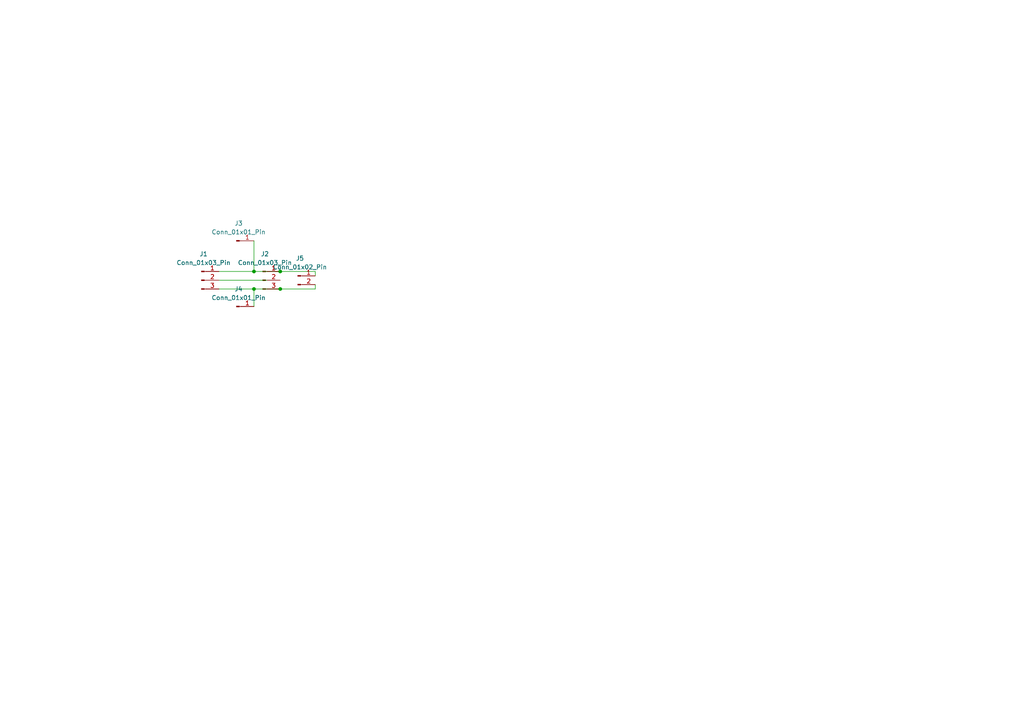
<source format=kicad_sch>
(kicad_sch (version 20250114) (generator "eeschema") (generator_version "9.0")
  (paper "A4")
  (lib_symbols
    (symbol "Connector:Conn_01x01_Pin" (pin_names (offset 1.016) (hide yes))
      (property "Reference" "J" (at 0 2.54 0))
      (property "Value" "Conn_01x01_Pin" (at 0 -2.54 0))
      (symbol "Conn_01x01_Pin_1_1"
        (rectangle (start 0.8636 0.127) (end 0 -0.127) (stroke (width 0.1524)) (fill (type outline)))
        (polyline (pts (xy 1.27 0) (xy 0.8636 0)) (stroke (width 0.1524)))
        (pin passive line (at 5.08 0 180) (length 3.81) (name "Pin_1") (number "1"))
      )
    )
    (symbol "Connector:Conn_01x02_Pin" (pin_names (offset 1.016) (hide yes))
      (property "Reference" "J" (at 0 2.54 0))
      (property "Value" "Conn_01x02_Pin" (at 0 -5.08 0))
      (symbol "Conn_01x02_Pin_1_1"
        (rectangle (start 0.8636 0.127) (end 0 -0.127) (stroke (width 0.1524)) (fill (type outline)))
        (rectangle (start 0.8636 -2.413) (end 0 -2.667) (stroke (width 0.1524)) (fill (type outline)))
        (polyline (pts (xy 1.27 0) (xy 0.8636 0)) (stroke (width 0.1524)))
        (polyline (pts (xy 1.27 -2.54) (xy 0.8636 -2.54)) (stroke (width 0.1524)))
        (pin passive line (at 5.08 0 180) (length 3.81) (name "Pin_1") (number "1"))
        (pin passive line (at 5.08 -2.54 180) (length 3.81) (name "Pin_2") (number "2"))
      )
    )
    (symbol "Connector:Conn_01x03_Pin" (pin_names (offset 1.016) (hide yes))
      (property "Reference" "J" (at 0 5.08 0))
      (property "Value" "Conn_01x03_Pin" (at 0 -5.08 0))
      (symbol "Conn_01x03_Pin_1_1"
        (rectangle (start 0.8636 2.667) (end 0 2.413) (stroke (width 0.1524)) (fill (type outline)))
        (rectangle (start 0.8636 0.127) (end 0 -0.127) (stroke (width 0.1524)) (fill (type outline)))
        (rectangle (start 0.8636 -2.413) (end 0 -2.667) (stroke (width 0.1524)) (fill (type outline)))
        (polyline (pts (xy 1.27 2.54) (xy 0.8636 2.54)) (stroke (width 0.1524)))
        (polyline (pts (xy 1.27 0) (xy 0.8636 0)) (stroke (width 0.1524)))
        (polyline (pts (xy 1.27 -2.54) (xy 0.8636 -2.54)) (stroke (width 0.1524)))
        (pin passive line (at 5.08 2.54 180) (length 3.81) (name "Pin_1") (number "1"))
        (pin passive line (at 5.08 0 180) (length 3.81) (name "Pin_2") (number "2"))
        (pin passive line (at 5.08 -2.54 180) (length 3.81) (name "Pin_3") (number "3"))
      )
    )
  )
  (junction (at 81.28 78.74))
  (junction (at 81.28 83.82))
  (junction (at 73.66 78.74))
  (junction (at 73.66 83.82))
  (wire (pts (xy 91.44 78.74) (xy 91.44 80.01)))
  (wire (pts (xy 63.5 81.28) (xy 81.28 81.28)))
  (wire (pts (xy 81.28 78.74) (xy 91.44 78.74)))
  (wire (pts (xy 73.66 83.82) (xy 73.66 88.9)))
  (wire (pts (xy 73.66 78.74) (xy 81.28 78.74)))
  (wire (pts (xy 91.44 83.82) (xy 81.28 83.82)))
  (wire (pts (xy 63.5 83.82) (xy 73.66 83.82)))
  (wire (pts (xy 63.5 78.74) (xy 73.66 78.74)))
  (wire (pts (xy 91.44 82.55) (xy 91.44 83.82)))
  (wire (pts (xy 73.66 83.82) (xy 81.28 83.82)))
  (wire (pts (xy 73.66 69.85) (xy 73.66 78.74)))
  (symbol (lib_id "Connector:Conn_01x03_Pin") (at 76.2 81.28 0) (unit 1)
    (property "Reference" "J2" (at 76.835 73.66 0))
    (property "Value" "Conn_01x03_Pin" (at 76.835 76.2 0))
    (property "Footprint" "Connector_Wire:SolderWirePad_1x01_SMD_1x2mm" (effects (hide yes)))
    (property "Description" "Generic connector, single row, 01x03, script generated" (effects (hide yes)))
  )
  (symbol (lib_id "Connector:Conn_01x03_Pin") (at 58.42 81.28 0) (unit 1)
    (property "Reference" "J1" (at 59.055 73.66 0))
    (property "Value" "Conn_01x03_Pin" (at 59.055 76.2 0))
    (property "Footprint" "Connector_Wire:SolderWirePad_1x01_SMD_1x2mm" (effects (hide yes)))
    (property "Description" "Generic connector, single row, 01x03, script generated" (effects (hide yes)))
  )
  (symbol (lib_id "Connector:Conn_01x02_Pin") (at 86.36 80.01 0) (unit 1)
    (property "Reference" "J5" (at 86.995 74.93 0))
    (property "Value" "Conn_01x02_Pin" (at 86.995 77.47 0))
    (property "Footprint" "Connector_Wire:SolderWirePad_1x01_SMD_1x2mm" (effects (hide yes)))
    (property "Description" "Generic connector, single row, 01x02, script generated" (effects (hide yes)))
  )
  (symbol (lib_id "Connector:Conn_01x01_Pin") (at 68.58 69.85 0) (unit 1)
    (property "Reference" "J3" (at 69.215 64.77 0))
    (property "Value" "Conn_01x01_Pin" (at 69.215 67.31 0))
    (property "Footprint" "Connector_Wire:SolderWirePad_1x01_SMD_1x2mm" (effects (hide yes)))
    (property "Description" "Generic connector, single row, 01x01, script generated" (effects (hide yes)))
  )
  (symbol (lib_id "Connector:Conn_01x01_Pin") (at 68.58 88.9 0) (unit 1)
    (property "Reference" "J4" (at 69.215 83.82 0))
    (property "Value" "Conn_01x01_Pin" (at 69.215 86.36 0))
    (property "Footprint" "Connector_Wire:SolderWirePad_1x01_SMD_1x2mm" (effects (hide yes)))
    (property "Description" "Generic connector, single row, 01x01, script generated" (effects (hide yes)))
  )
)
</source>
